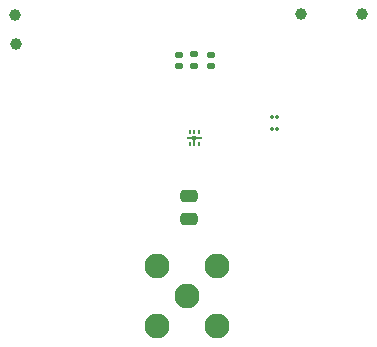
<source format=gts>
G04 #@! TF.GenerationSoftware,KiCad,Pcbnew,8.0.7-8.0.7-0~ubuntu22.04.1*
G04 #@! TF.CreationDate,2025-02-07T12:30:41-08:00*
G04 #@! TF.ProjectId,WaDAR_Tag_V1_2,57614441-525f-4546-9167-5f56315f322e,rev?*
G04 #@! TF.SameCoordinates,Original*
G04 #@! TF.FileFunction,Soldermask,Top*
G04 #@! TF.FilePolarity,Negative*
%FSLAX46Y46*%
G04 Gerber Fmt 4.6, Leading zero omitted, Abs format (unit mm)*
G04 Created by KiCad (PCBNEW 8.0.7-8.0.7-0~ubuntu22.04.1) date 2025-02-07 12:30:41*
%MOMM*%
%LPD*%
G01*
G04 APERTURE LIST*
G04 Aperture macros list*
%AMRoundRect*
0 Rectangle with rounded corners*
0 $1 Rounding radius*
0 $2 $3 $4 $5 $6 $7 $8 $9 X,Y pos of 4 corners*
0 Add a 4 corners polygon primitive as box body*
4,1,4,$2,$3,$4,$5,$6,$7,$8,$9,$2,$3,0*
0 Add four circle primitives for the rounded corners*
1,1,$1+$1,$2,$3*
1,1,$1+$1,$4,$5*
1,1,$1+$1,$6,$7*
1,1,$1+$1,$8,$9*
0 Add four rect primitives between the rounded corners*
20,1,$1+$1,$2,$3,$4,$5,0*
20,1,$1+$1,$4,$5,$6,$7,0*
20,1,$1+$1,$6,$7,$8,$9,0*
20,1,$1+$1,$8,$9,$2,$3,0*%
G04 Aperture macros list end*
%ADD10C,1.000000*%
%ADD11RoundRect,0.140000X0.170000X-0.140000X0.170000X0.140000X-0.170000X0.140000X-0.170000X-0.140000X0*%
%ADD12C,2.108200*%
%ADD13RoundRect,0.250000X-0.475000X0.250000X-0.475000X-0.250000X0.475000X-0.250000X0.475000X0.250000X0*%
%ADD14RoundRect,0.037500X0.037500X-0.127500X0.037500X0.127500X-0.037500X0.127500X-0.037500X-0.127500X0*%
%ADD15RoundRect,0.037500X0.037500X-0.245000X0.037500X0.245000X-0.037500X0.245000X-0.037500X-0.245000X0*%
%ADD16RoundRect,0.037500X0.245000X0.037500X-0.245000X0.037500X-0.245000X-0.037500X0.245000X-0.037500X0*%
%ADD17RoundRect,0.100000X0.100000X-0.100000X0.100000X0.100000X-0.100000X0.100000X-0.100000X-0.100000X0*%
%ADD18C,0.350000*%
G04 APERTURE END LIST*
D10*
X173000000Y-47275000D03*
D11*
X165400000Y-50740000D03*
X165400000Y-51700000D03*
X162700000Y-50740000D03*
X162700000Y-51700000D03*
D12*
X160860000Y-73740000D03*
X160860000Y-68660000D03*
X165940000Y-68660000D03*
X165940000Y-73740000D03*
X163400000Y-71200000D03*
D13*
X163500000Y-64650000D03*
X163500000Y-62750000D03*
D14*
X163650000Y-58300000D03*
D15*
X164000000Y-58182500D03*
D16*
X163650000Y-57800000D03*
D17*
X164000000Y-57800000D03*
D16*
X164350000Y-57800000D03*
D14*
X164350000Y-58300000D03*
X164350000Y-57300000D03*
X164000000Y-57300000D03*
X163650000Y-57300000D03*
D18*
X170590000Y-56000000D03*
X170590000Y-57000000D03*
X171000000Y-57000000D03*
X171000000Y-56000000D03*
D11*
X164000000Y-50720000D03*
X164000000Y-51680000D03*
D10*
X148900000Y-49800000D03*
X178200000Y-47300000D03*
X148800000Y-47400000D03*
M02*

</source>
